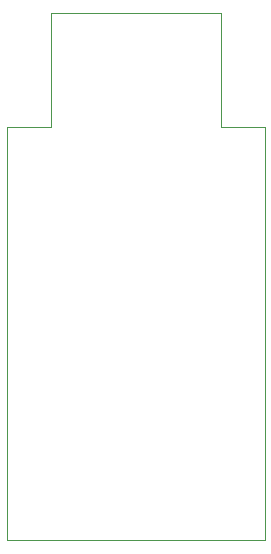
<source format=gbr>
%TF.GenerationSoftware,KiCad,Pcbnew,7.0.2*%
%TF.CreationDate,2023-06-09T21:10:51-07:00*%
%TF.ProjectId,iCEGenius,69434547-656e-4697-9573-2e6b69636164,rev?*%
%TF.SameCoordinates,Original*%
%TF.FileFunction,Profile,NP*%
%FSLAX46Y46*%
G04 Gerber Fmt 4.6, Leading zero omitted, Abs format (unit mm)*
G04 Created by KiCad (PCBNEW 7.0.2) date 2023-06-09 21:10:51*
%MOMM*%
%LPD*%
G01*
G04 APERTURE LIST*
%TA.AperFunction,Profile*%
%ADD10C,0.100000*%
%TD*%
G04 APERTURE END LIST*
D10*
X166900000Y-119200000D02*
X166900000Y-121600000D01*
X145100000Y-119200000D02*
X145100000Y-121600000D01*
X148800000Y-86600000D02*
X145100000Y-86600000D01*
X166900000Y-119200000D02*
X166900000Y-86600000D01*
X145100000Y-86600000D02*
X145100000Y-119200000D01*
X166900000Y-121600000D02*
X145100000Y-121600000D01*
X148800000Y-77000000D02*
X148800000Y-86600000D01*
X166900000Y-86600000D02*
X163200000Y-86600000D01*
X163200000Y-77000000D02*
X148800000Y-77000000D01*
X163200000Y-77000000D02*
X163200000Y-86600000D01*
M02*

</source>
